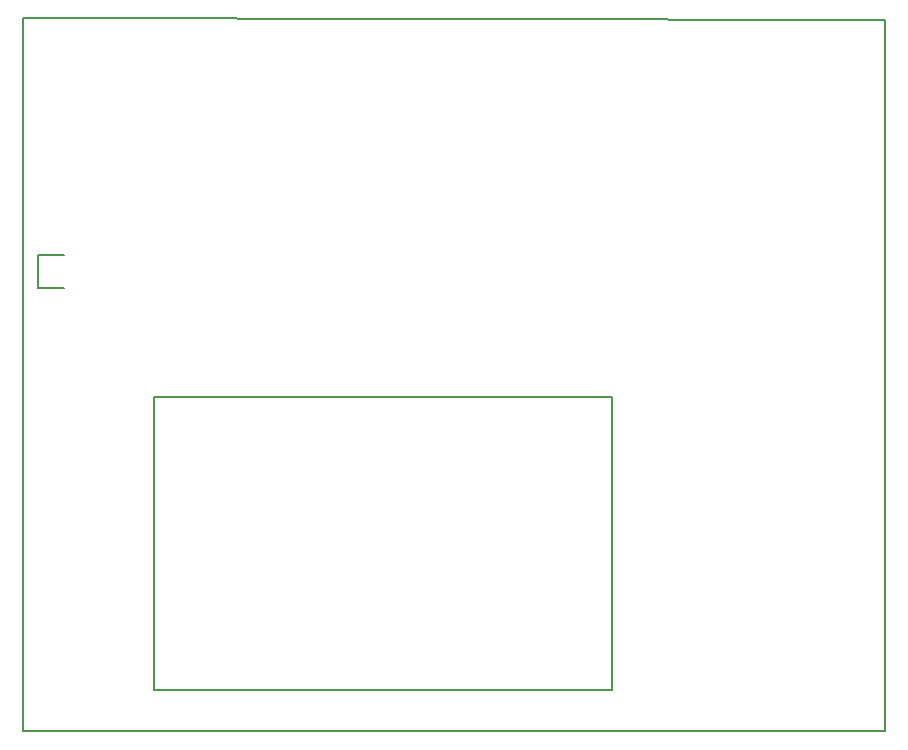
<source format=gbr>
%FSLAX34Y34*%
%MOMM*%
%LNOUTLINE*%
G71*
G01*
%ADD10C,0.200*%
%LPD*%
G54D10*
X-574675Y327025D02*
X-187325Y327025D01*
X-187325Y79375D01*
X-574675Y79375D01*
X-574675Y327025D01*
G54D10*
X-650875Y447675D02*
X-673100Y447675D01*
X-673100Y447675D01*
X-650875Y447675D01*
X-650875Y447675D01*
G54D10*
X-673100Y447675D02*
X-673100Y447675D01*
X-673100Y419100D01*
X-673100Y419100D01*
X-673100Y447675D01*
G54D10*
X-673100Y419100D02*
X-650875Y419100D01*
X-650875Y419100D01*
X-673100Y419100D01*
X-673100Y419100D01*
G54D10*
X-685800Y647700D02*
X44450Y646112D01*
X44450Y44450D01*
X-685800Y44450D01*
X-685800Y647700D01*
M02*

</source>
